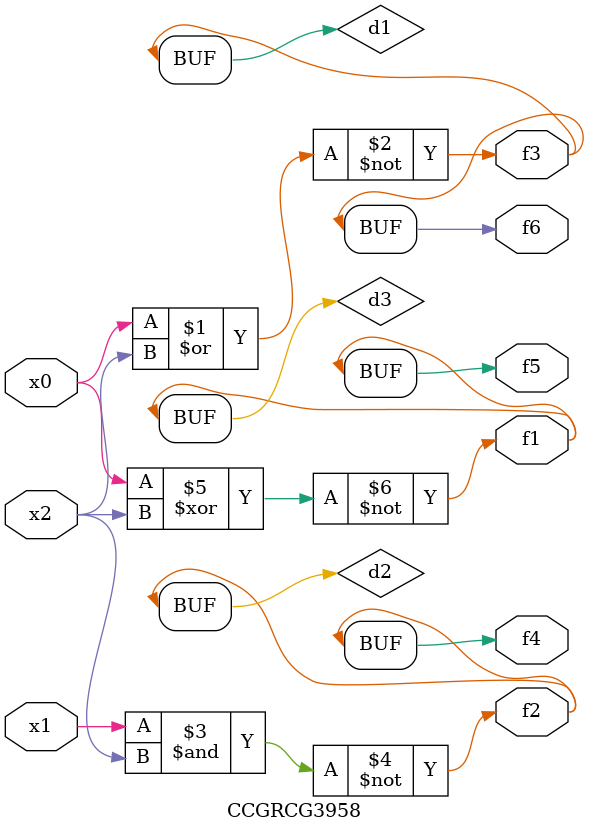
<source format=v>
module CCGRCG3958(
	input x0, x1, x2,
	output f1, f2, f3, f4, f5, f6
);

	wire d1, d2, d3;

	nor (d1, x0, x2);
	nand (d2, x1, x2);
	xnor (d3, x0, x2);
	assign f1 = d3;
	assign f2 = d2;
	assign f3 = d1;
	assign f4 = d2;
	assign f5 = d3;
	assign f6 = d1;
endmodule

</source>
